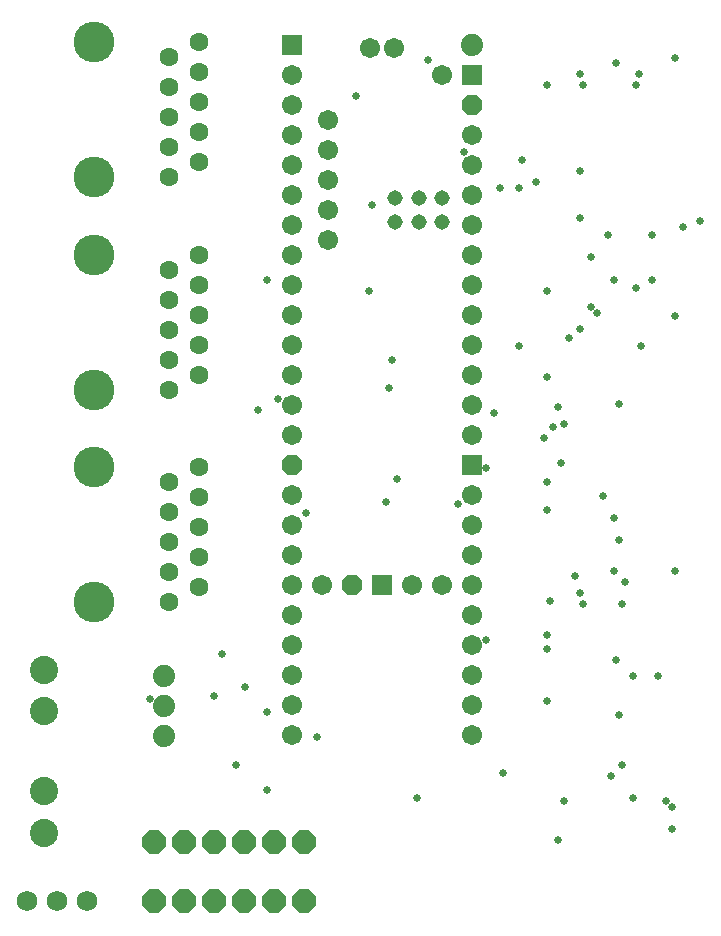
<source format=gbr>
G04 EAGLE Gerber RS-274X export*
G75*
%MOMM*%
%FSLAX34Y34*%
%LPD*%
%INSoldermask Bottom*%
%IPPOS*%
%AMOC8*
5,1,8,0,0,1.08239X$1,22.5*%
G01*
%ADD10C,2.387600*%
%ADD11C,1.879600*%
%ADD12R,1.711200X1.711200*%
%ADD13P,1.852186X8X22.500000*%
%ADD14C,1.711200*%
%ADD15C,1.311200*%
%ADD16C,1.601200*%
%ADD17C,3.453200*%
%ADD18P,2.144431X8X112.500000*%
%ADD19C,1.727200*%
%ADD20C,0.663200*%


D10*
X673400Y-349400D03*
X673400Y-384400D03*
D11*
X775000Y-380000D03*
X775000Y-405400D03*
X775000Y-354600D03*
D12*
X883800Y179800D03*
X960000Y-277400D03*
X1036200Y154400D03*
D11*
X1036200Y179800D03*
D13*
X1036200Y129000D03*
X934600Y-277400D03*
D14*
X909200Y-277400D03*
X985400Y-277400D03*
X1010800Y-277400D03*
X1036200Y-150400D03*
X883800Y-150400D03*
X883800Y154400D03*
X883800Y129000D03*
X883800Y103600D03*
X883800Y78200D03*
X883800Y52800D03*
X883800Y27400D03*
X883800Y2000D03*
X883800Y-23400D03*
X883800Y-48800D03*
X883800Y-74200D03*
X883800Y-99600D03*
X883800Y-125000D03*
X1010800Y154400D03*
X1036200Y-125000D03*
X1036200Y-99600D03*
X1036200Y-74200D03*
X1036200Y-48800D03*
X1036200Y-23400D03*
X1036200Y2000D03*
X1036200Y27400D03*
X1036200Y52800D03*
X1036200Y78200D03*
X1036200Y103600D03*
D13*
X883800Y-175800D03*
D14*
X883800Y-226600D03*
X883800Y-252000D03*
X883800Y-277400D03*
X883800Y-302800D03*
X883800Y-328200D03*
X883800Y-353600D03*
X883800Y-379000D03*
X883800Y-404400D03*
X1036200Y-201200D03*
X1036200Y-226600D03*
X1036200Y-252000D03*
X1036200Y-277400D03*
X1036200Y-302800D03*
X1036200Y-328200D03*
X1036200Y-353600D03*
X1036200Y-379000D03*
X1036200Y-404400D03*
X913800Y116300D03*
X913800Y90900D03*
X913800Y65500D03*
X913800Y40100D03*
X913800Y14700D03*
X883800Y-201200D03*
D12*
X1036200Y-175800D03*
D14*
X970000Y177500D03*
X950000Y177500D03*
D15*
X1010800Y50100D03*
X990800Y50100D03*
X970800Y50100D03*
X1010800Y30100D03*
X990800Y30100D03*
X970800Y30100D03*
D16*
X805100Y-177850D03*
X779700Y-190550D03*
X805100Y-203250D03*
X779700Y-215950D03*
X805100Y-228650D03*
X779700Y-241350D03*
X805100Y-254050D03*
X779700Y-266750D03*
X805100Y-279450D03*
X779700Y-292150D03*
D17*
X716200Y-292150D03*
X716200Y-177850D03*
D16*
X805100Y2150D03*
X779700Y-10550D03*
X805100Y-23250D03*
X779700Y-35950D03*
X805100Y-48650D03*
X779700Y-61350D03*
X805100Y-74050D03*
X779700Y-86750D03*
X805100Y-99450D03*
X779700Y-112150D03*
D17*
X716200Y-112150D03*
X716200Y2150D03*
D16*
X805100Y182150D03*
X779700Y169450D03*
X805100Y156750D03*
X779700Y144050D03*
X805100Y131350D03*
X779700Y118650D03*
X805100Y105950D03*
X779700Y93250D03*
X805100Y80550D03*
X779700Y67850D03*
D17*
X716200Y67850D03*
X716200Y182150D03*
D18*
X766500Y-495000D03*
X791900Y-495000D03*
X817300Y-495000D03*
X842700Y-495000D03*
X868100Y-495000D03*
X893500Y-495000D03*
X766500Y-545000D03*
X791900Y-545000D03*
X817300Y-545000D03*
X842700Y-545000D03*
X868100Y-545000D03*
X893500Y-545000D03*
D10*
X673400Y-452000D03*
X673400Y-487000D03*
D19*
X659600Y-545000D03*
X685000Y-545000D03*
X710400Y-545000D03*
D20*
X855218Y-129223D03*
X1127760Y72835D03*
X1151255Y18796D03*
X1188847Y-18796D03*
X1090168Y63437D03*
X1174750Y-25845D03*
X1188847Y18796D03*
X965645Y-110427D03*
X1155954Y-18796D03*
X1137158Y0D03*
X1174750Y145669D03*
X1130110Y145669D03*
X1177100Y155067D03*
X1127760Y155067D03*
X1158304Y164465D03*
X1099566Y145669D03*
X1076071Y58738D03*
X1108964Y-493395D03*
X1228789Y30544D03*
X1200595Y-460502D03*
X1214692Y25845D03*
X1127760Y32893D03*
X1078421Y82233D03*
X951548Y44641D03*
X862267Y-385318D03*
X1099566Y-190310D03*
X1099566Y-213805D03*
X862267Y-451104D03*
X1097217Y-152718D03*
X1160653Y-239649D03*
X1160653Y-124524D03*
X963295Y-206756D03*
X1155954Y-220853D03*
X1113663Y-140970D03*
X1137158Y-42291D03*
X1118362Y-68136D03*
X1179449Y-75184D03*
X1076071Y-75184D03*
X1141857Y-46990D03*
X1127760Y-61087D03*
X1024382Y-209106D03*
X1108964Y-126873D03*
X1047877Y-324231D03*
X1111314Y-173863D03*
X1146556Y-202057D03*
X1104265Y-143320D03*
X1047877Y-178562D03*
X1059625Y58738D03*
X1160653Y-387668D03*
X1099566Y-319532D03*
X862267Y-18796D03*
X1099566Y-375920D03*
X1163003Y-429959D03*
X1172401Y-354775D03*
X937451Y136271D03*
X1163003Y-293688D03*
X1130110Y-293688D03*
X1165352Y-274892D03*
X1127760Y-284290D03*
X1123061Y-270193D03*
X1101916Y-291338D03*
X1205294Y-465201D03*
X998538Y166815D03*
X1193546Y-354775D03*
X1029081Y89281D03*
X1172401Y-458153D03*
X1153605Y-439357D03*
X989140Y-458153D03*
X1099566Y-331280D03*
X1155954Y-265494D03*
X1099566Y-101029D03*
X1099566Y-28194D03*
X1207643Y-49340D03*
X1207643Y169164D03*
X1207643Y-265494D03*
X1205294Y-483997D03*
X1158304Y-340678D03*
X1113663Y-460502D03*
X1061974Y-437007D03*
X1054926Y-131572D03*
X949198Y-28194D03*
X972693Y-187960D03*
X967994Y-86932D03*
X817626Y-371221D03*
X895160Y-216154D03*
X824675Y-335979D03*
X836422Y-429959D03*
X843471Y-364173D03*
X871665Y-119825D03*
X904558Y-406464D03*
X763588Y-373571D03*
M02*

</source>
